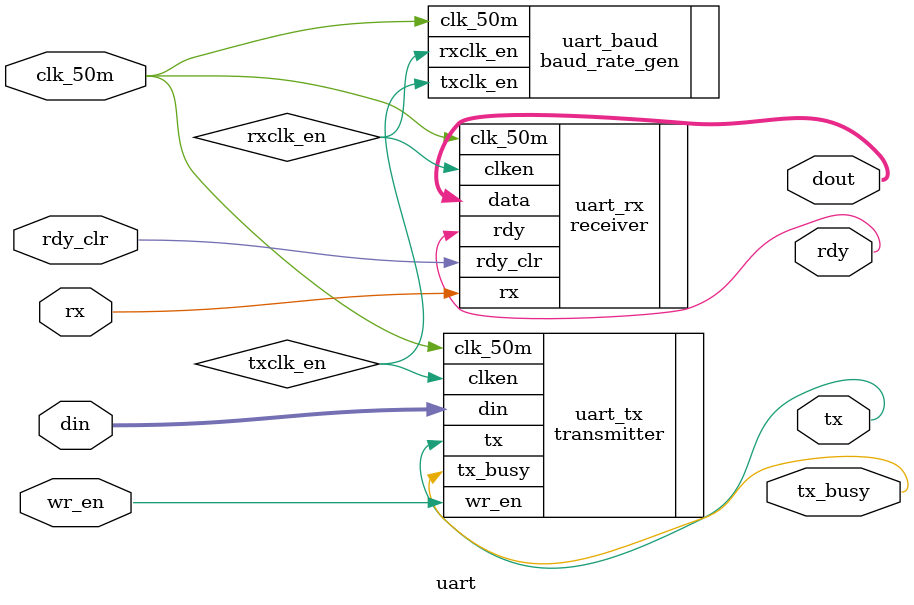
<source format=v>
module uart(
    input wire [7:0] din,
    input wire wr_en,
    input wire clk_50m,
    output wire tx,
    output wire tx_busy,
    input wire rx,
    output wire rdy,
    input wire rdy_clr,
    output wire [7:0] dout
);

wire rxclk_en, txclk_en;

baud_rate_gen uart_baud(
    .clk_50m(clk_50m),
    .rxclk_en(rxclk_en),
    .txclk_en(txclk_en)
);

transmitter uart_tx(
    .din(din),
    .wr_en(wr_en),
    .clk_50m(clk_50m),
    .clken(txclk_en),
    .tx(tx),
    .tx_busy(tx_busy)
);

receiver uart_rx(
    .rx(rx),
    .rdy(rdy),
    .rdy_clr(rdy_clr),
    .clk_50m(clk_50m),
    .clken(rxclk_en),
    .data(dout)
);

endmodule

</source>
